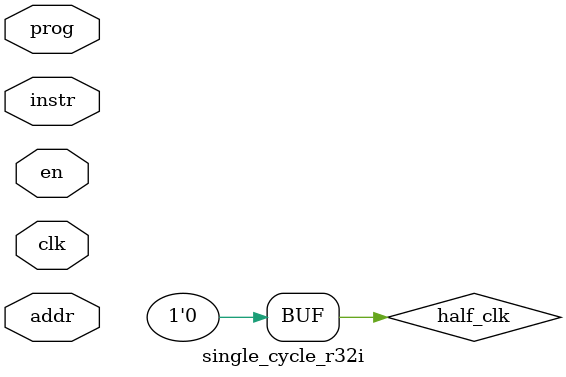
<source format=sv>
`include "arch_state.sv"
`include "datapath.sv"
`include "control.sv"

/* verilator lint_off UNOPTFLAT */
module single_cycle_r32i(
  input clk,
  input en,
  input prog,
  input [31:0] addr,
  input [31:0] instr
);
  bit half_clk = 0;
  
  // register file outputs
  bit [31:0] reg_data_a;
  bit [31:0] reg_data_b;
  
  // program counter outputs
  bit [31:0] pc_out;
  
  // instruction memory outputs
  bit [31:0] instr_mem_o;
  
  // data memory outputs
  bit [31:0] data_mem_out;

  // data memory masker/extender signals
  bit [2:0] data_mem_i_mask_ext_cmd;
  bit [2:0] data_mem_o_mask_ext_cmd;
  bit [31:0] data_mem_i_masked;
  bit [31:0] data_mem_o_masked;
  
  // instruction decoder outputs
  bit [6:0] opcode;
  bit [2:0] funct3;
  bit [6:0] funct7;
  bit [4:0] rs1;
  bit [4:0] rs2;
  bit [4:0] rd;
  bit [19:0] imm20;
  
  // extender outputs
  bit [31:0] ext_out;
  
  // alu outputs
  bit [31:0] alu_out;
  bit alu_out_sign;
  bit alu_ab_eq;
  bit alu_c_sign;
  
  // control unit outputs
  bit [1:0] ext_cmd;
  bit reg_file_wen;
  bit [2:0] reg_file_src;
  bit data_mem_en;
  bit data_mem_rw;
  bit alu_src_a;
  bit alu_src_b;
  bit [2:0] alu_cmd;
  bit [1:0] pc_inc_src;
  bit pc_branch;
  bit pc_jump_rel;
  
  // stage manager outputs
  bit if_stage;
  bit ex_stage;
  bit wb_stage;
  
  // next program counter stuff
  bit [31:0] pc_jump, pc_inc, pc_inc_next, pc_next;
  always @(posedge clk) begin
    if (if_stage) pc_inc <= pc_inc_next;
  end
  always_comb begin
    pc_inc_next = pc_out + 4;
    case (pc_inc_src)
      2'b01: pc_jump = ext_out;
      2'b10: pc_jump = alu_out;
      default: pc_jump = 4;
    endcase
  end
  
  // register file write source
  bit [31:0] reg_file_wdata;
  always_comb begin
    case (reg_file_src)
      3'b000: reg_file_wdata = data_mem_o_masked;
      3'b001: reg_file_wdata = alu_out;
      3'b010: reg_file_wdata = pc_inc;
      3'b011: reg_file_wdata = ext_out;
      3'b100: reg_file_wdata = alu_c_sign ? 32'h00000001 : 32'h00000000;
      default: reg_file_wdata = 32'h00000000;
    endcase
  end
  
  stage_manager stg_mngr(
    .clk(clk),
    .en(~prog),
    .if_stage(if_stage),
    .ex_stage(ex_stage),
    .wb_stage(wb_stage)
  );
  
  control_unit cntrl_unit(
    .opcode(opcode),
    .funct3(funct3),
    .funct7(funct7),
    .alu_ab_eq(alu_ab_eq),
    .alu_c_sign(alu_c_sign),
    .ext_cmd(ext_cmd),
    .reg_file_wen(reg_file_wen),
    .reg_file_src(reg_file_src),
    .data_mem_en(data_mem_en),
    .data_mem_rw(data_mem_rw),
    .alu_src_a(alu_src_a),
    .alu_src_b(alu_src_b),
    .alu_cmd(alu_cmd),
    .pc_inc_src(pc_inc_src),
    .pc_branch(pc_branch),
    .pc_jump_rel(pc_jump_rel),
    .data_mem_i_mask_ext_cmd(data_mem_i_mask_ext_cmd),
    .data_mem_o_mask_ext_cmd(data_mem_o_mask_ext_cmd)
  );
  
  instruction_decoder instr_dec(
    .instr(instr_mem_o),
    .opcode(opcode),
    .funct3(funct3),
    .funct7(funct7),
    .rs1(rs1),
    .rs2(rs2),
    .rd(rd),
    .imm20(imm20)
  );
  
  extender ext(
    .in(imm20),
    .cmd(ext_cmd),
    .in_ext(ext_out)
  );
  
  register_file reg_file(
    .clk(clk),
    .rstn(1'b1),
    .en(1'b1),
    .wen(reg_file_wen & wb_stage),
    .w_addr(rd),
    .w_data(reg_file_wdata),
    .r_addr_a(rs1),
    .r_addr_b(rs2),
    .r_data_a(reg_data_a),
    .r_data_b(reg_data_b)
  );
  
  program_counter pc(
    .clk(clk),
    .rstn(~prog),
    .en(ex_stage),
    .next_cnt(pc_branch ? pc_jump_rel ? pc_out + pc_jump : pc_jump : pc_inc),
    .cnt(pc_out)
  );
  
  instruction_memory instr_mem(
    .clk(clk),
    .rstn(1'b1),
    .en(wb_stage),
    .wen(prog),
    .addr(prog ? addr : pc_out),
    .data_i(instr),
    .data_o(instr_mem_o)
  );

  data_masker_extender data_mem_i_mask_ext(
    .in(reg_data_b),
    .cmd(data_mem_i_mask_ext_cmd),
    .out(data_mem_i_masked)
  );

  data_masker_extender data_mem_o_mask_ext(
    .in(data_mem_out),
    .cmd(data_mem_o_mask_ext_cmd),
    .out(data_mem_o_masked)
  );
  
  data_memory data_mem(
    .clk(clk),
    .rstn(1'b1),
    .en(data_mem_en),
    .wen(ex_stage & data_mem_rw),
    .addr(alu_out),
    .data_i(data_mem_i_masked),
    .data_o(data_mem_out)
  );
  
  alu alu_inst(
    .cmd(alu_cmd),
    .a(alu_src_a ? reg_data_a : pc_out),
    .b(alu_src_b ? reg_data_b : ext_out),
    .c(alu_out),
    .c_sign(alu_c_sign),
    .ab_eq(alu_ab_eq)
  );
endmodule
/* verilator lint_on UNOPTFLAT */
</source>
